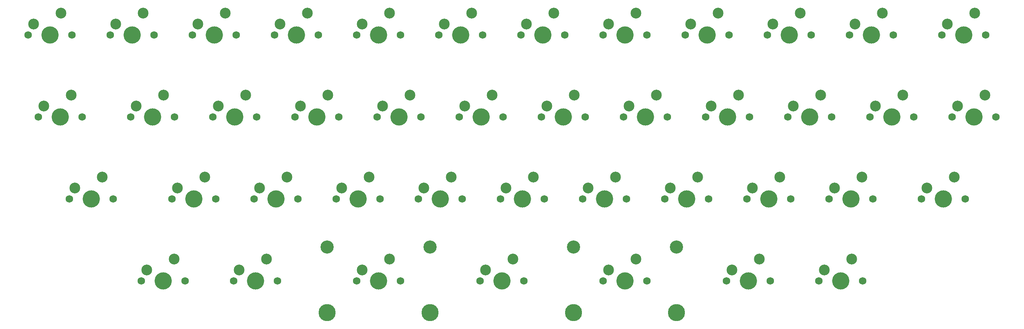
<source format=gbr>
%TF.GenerationSoftware,KiCad,Pcbnew,8.0.8*%
%TF.CreationDate,2025-06-07T17:32:43+02:00*%
%TF.ProjectId,PancakeXXL V2-rounded,50616e63-616b-4655-9858-4c2056322d72,rev?*%
%TF.SameCoordinates,Original*%
%TF.FileFunction,Soldermask,Top*%
%TF.FilePolarity,Negative*%
%FSLAX46Y46*%
G04 Gerber Fmt 4.6, Leading zero omitted, Abs format (unit mm)*
G04 Created by KiCad (PCBNEW 8.0.8) date 2025-06-07 17:32:43*
%MOMM*%
%LPD*%
G01*
G04 APERTURE LIST*
%ADD10C,1.750000*%
%ADD11C,4.000000*%
%ADD12C,2.500000*%
%ADD13C,3.048000*%
%ADD14C,3.987800*%
G04 APERTURE END LIST*
D10*
%TO.C,MX16*%
X96361250Y-52943125D03*
D11*
X101441250Y-52943125D03*
D10*
X106521250Y-52943125D03*
D12*
X97631250Y-50403125D03*
X103981250Y-47863125D03*
%TD*%
D10*
%TO.C,MX32*%
X182086250Y-71993125D03*
D11*
X187166250Y-71993125D03*
D10*
X192246250Y-71993125D03*
D12*
X183356250Y-69453125D03*
X189706250Y-66913125D03*
%TD*%
D10*
%TO.C,MX12*%
X246380000Y-33893125D03*
D11*
X251460000Y-33893125D03*
D10*
X256540000Y-33893125D03*
D12*
X247650000Y-31353125D03*
X254000000Y-28813125D03*
%TD*%
D10*
%TO.C,MX6*%
X129698750Y-33893125D03*
D11*
X134778750Y-33893125D03*
D10*
X139858750Y-33893125D03*
D12*
X130968750Y-31353125D03*
X137318750Y-28813125D03*
%TD*%
D10*
%TO.C,MX27*%
X86836250Y-71993125D03*
D11*
X91916250Y-71993125D03*
D10*
X96996250Y-71993125D03*
D12*
X88106250Y-69453125D03*
X94456250Y-66913125D03*
%TD*%
D10*
%TO.C,MX35*%
X241617500Y-71993125D03*
D11*
X246697500Y-71993125D03*
D10*
X251777500Y-71993125D03*
D12*
X242887500Y-69453125D03*
X249237500Y-66913125D03*
%TD*%
D13*
%TO.C,REF\u002A\u002A*%
X103790750Y-83203175D03*
D14*
X103790750Y-98413175D03*
D13*
X127666750Y-83203175D03*
D14*
X127666750Y-98413175D03*
%TD*%
D10*
%TO.C,MX38*%
X110648750Y-91043125D03*
D11*
X115728750Y-91043125D03*
D10*
X120808750Y-91043125D03*
D12*
X111918750Y-88503125D03*
X118268750Y-85963125D03*
%TD*%
D10*
%TO.C,MX28*%
X105886250Y-71993125D03*
D11*
X110966250Y-71993125D03*
D10*
X116046250Y-71993125D03*
D12*
X107156250Y-69453125D03*
X113506250Y-66913125D03*
%TD*%
D10*
%TO.C,MX40*%
X167798750Y-91043125D03*
D11*
X172878750Y-91043125D03*
D10*
X177958750Y-91043125D03*
D12*
X169068750Y-88503125D03*
X175418750Y-85963125D03*
%TD*%
D10*
%TO.C,MX1*%
X34448750Y-33893125D03*
D11*
X39528750Y-33893125D03*
D10*
X44608750Y-33893125D03*
D12*
X35718750Y-31353125D03*
X42068750Y-28813125D03*
%TD*%
D10*
%TO.C,MX31*%
X163036250Y-71993125D03*
D11*
X168116250Y-71993125D03*
D10*
X173196250Y-71993125D03*
D12*
X164306250Y-69453125D03*
X170656250Y-66913125D03*
%TD*%
D10*
%TO.C,MX36*%
X60642500Y-91043125D03*
D11*
X65722500Y-91043125D03*
D10*
X70802500Y-91043125D03*
D12*
X61912500Y-88503125D03*
X68262500Y-85963125D03*
%TD*%
D10*
%TO.C,MX42*%
X217805000Y-91043125D03*
D11*
X222885000Y-91043125D03*
D10*
X227965000Y-91043125D03*
D12*
X219075000Y-88503125D03*
X225425000Y-85963125D03*
%TD*%
D10*
%TO.C,MX26*%
X67786250Y-71993125D03*
D11*
X72866250Y-71993125D03*
D10*
X77946250Y-71993125D03*
D12*
X69056250Y-69453125D03*
X75406250Y-66913125D03*
%TD*%
D10*
%TO.C,MX34*%
X220186250Y-71993125D03*
D11*
X225266250Y-71993125D03*
D10*
X230346250Y-71993125D03*
D12*
X221456250Y-69453125D03*
X227806250Y-66913125D03*
%TD*%
D10*
%TO.C,MX37*%
X82073750Y-91043125D03*
D11*
X87153750Y-91043125D03*
D10*
X92233750Y-91043125D03*
D12*
X83343750Y-88503125D03*
X89693750Y-85963125D03*
%TD*%
D10*
%TO.C,MX10*%
X205898750Y-33893125D03*
D11*
X210978750Y-33893125D03*
D10*
X216058750Y-33893125D03*
D12*
X207168750Y-31353125D03*
X213518750Y-28813125D03*
%TD*%
D10*
%TO.C,MX20*%
X172561250Y-52943125D03*
D11*
X177641250Y-52943125D03*
D10*
X182721250Y-52943125D03*
D12*
X173831250Y-50403125D03*
X180181250Y-47863125D03*
%TD*%
D10*
%TO.C,MX30*%
X143986250Y-71993125D03*
D11*
X149066250Y-71993125D03*
D10*
X154146250Y-71993125D03*
D12*
X145256250Y-69453125D03*
X151606250Y-66913125D03*
%TD*%
D10*
%TO.C,MX23*%
X229711250Y-52943125D03*
D11*
X234791250Y-52943125D03*
D10*
X239871250Y-52943125D03*
D12*
X230981250Y-50403125D03*
X237331250Y-47863125D03*
%TD*%
D10*
%TO.C,MX13*%
X36830000Y-52943125D03*
D11*
X41910000Y-52943125D03*
D10*
X46990000Y-52943125D03*
D12*
X38100000Y-50403125D03*
X44450000Y-47863125D03*
%TD*%
D10*
%TO.C,MX2*%
X53498750Y-33893125D03*
D11*
X58578750Y-33893125D03*
D10*
X63658750Y-33893125D03*
D12*
X54768750Y-31353125D03*
X61118750Y-28813125D03*
%TD*%
D10*
%TO.C,MX18*%
X134461250Y-52943125D03*
D11*
X139541250Y-52943125D03*
D10*
X144621250Y-52943125D03*
D12*
X135731250Y-50403125D03*
X142081250Y-47863125D03*
%TD*%
D10*
%TO.C,MX24*%
X248761250Y-52943125D03*
D11*
X253841250Y-52943125D03*
D10*
X258921250Y-52943125D03*
D12*
X250031250Y-50403125D03*
X256381250Y-47863125D03*
%TD*%
D10*
%TO.C,MX7*%
X148748750Y-33893125D03*
D11*
X153828750Y-33893125D03*
D10*
X158908750Y-33893125D03*
D12*
X150018750Y-31353125D03*
X156368750Y-28813125D03*
%TD*%
D10*
%TO.C,MX5*%
X110648750Y-33893125D03*
D11*
X115728750Y-33893125D03*
D10*
X120808750Y-33893125D03*
D12*
X111918750Y-31353125D03*
X118268750Y-28813125D03*
%TD*%
D10*
%TO.C,MX33*%
X201136250Y-71993125D03*
D11*
X206216250Y-71993125D03*
D10*
X211296250Y-71993125D03*
D12*
X202406250Y-69453125D03*
X208756250Y-66913125D03*
%TD*%
D10*
%TO.C,MX4*%
X91598750Y-33893125D03*
D11*
X96678750Y-33893125D03*
D10*
X101758750Y-33893125D03*
D12*
X92868750Y-31353125D03*
X99218750Y-28813125D03*
%TD*%
D10*
%TO.C,MX11*%
X224948750Y-33893125D03*
D11*
X230028750Y-33893125D03*
D10*
X235108750Y-33893125D03*
D12*
X226218750Y-31353125D03*
X232568750Y-28813125D03*
%TD*%
D10*
%TO.C,MX9*%
X186848750Y-33893125D03*
D11*
X191928750Y-33893125D03*
D10*
X197008750Y-33893125D03*
D12*
X188118750Y-31353125D03*
X194468750Y-28813125D03*
%TD*%
D10*
%TO.C,MX19*%
X153511250Y-52943125D03*
D11*
X158591250Y-52943125D03*
D10*
X163671250Y-52943125D03*
D12*
X154781250Y-50403125D03*
X161131250Y-47863125D03*
%TD*%
D10*
%TO.C,MX14*%
X58261250Y-52943125D03*
D11*
X63341250Y-52943125D03*
D10*
X68421250Y-52943125D03*
D12*
X59531250Y-50403125D03*
X65881250Y-47863125D03*
%TD*%
D10*
%TO.C,MX39*%
X139223750Y-91043125D03*
D11*
X144303750Y-91043125D03*
D10*
X149383750Y-91043125D03*
D12*
X140493750Y-88503125D03*
X146843750Y-85963125D03*
%TD*%
D10*
%TO.C,MX17*%
X115411250Y-52943125D03*
D11*
X120491250Y-52943125D03*
D10*
X125571250Y-52943125D03*
D12*
X116681250Y-50403125D03*
X123031250Y-47863125D03*
%TD*%
D13*
%TO.C,REF\u002A\u002A*%
X160940750Y-83203175D03*
D14*
X160940750Y-98413175D03*
D13*
X184816750Y-83203175D03*
D14*
X184816750Y-98413175D03*
%TD*%
D10*
%TO.C,MX22*%
X210661250Y-52943125D03*
D11*
X215741250Y-52943125D03*
D10*
X220821250Y-52943125D03*
D12*
X211931250Y-50403125D03*
X218281250Y-47863125D03*
%TD*%
D10*
%TO.C,MX41*%
X196373750Y-91043125D03*
D11*
X201453750Y-91043125D03*
D10*
X206533750Y-91043125D03*
D12*
X197643750Y-88503125D03*
X203993750Y-85963125D03*
%TD*%
D10*
%TO.C,MX21*%
X191611250Y-52943125D03*
D11*
X196691250Y-52943125D03*
D10*
X201771250Y-52943125D03*
D12*
X192881250Y-50403125D03*
X199231250Y-47863125D03*
%TD*%
D10*
%TO.C,MX8*%
X167798750Y-33893125D03*
D11*
X172878750Y-33893125D03*
D10*
X177958750Y-33893125D03*
D12*
X169068750Y-31353125D03*
X175418750Y-28813125D03*
%TD*%
D10*
%TO.C,MX29*%
X124936250Y-71993125D03*
D11*
X130016250Y-71993125D03*
D10*
X135096250Y-71993125D03*
D12*
X126206250Y-69453125D03*
X132556250Y-66913125D03*
%TD*%
D10*
%TO.C,MX3*%
X72548750Y-33893125D03*
D11*
X77628750Y-33893125D03*
D10*
X82708750Y-33893125D03*
D12*
X73818750Y-31353125D03*
X80168750Y-28813125D03*
%TD*%
D10*
%TO.C,MX15*%
X77311250Y-52943125D03*
D11*
X82391250Y-52943125D03*
D10*
X87471250Y-52943125D03*
D12*
X78581250Y-50403125D03*
X84931250Y-47863125D03*
%TD*%
D10*
%TO.C,MX25*%
X43973750Y-71993125D03*
D11*
X49053750Y-71993125D03*
D10*
X54133750Y-71993125D03*
D12*
X45243750Y-69453125D03*
X51593750Y-66913125D03*
%TD*%
M02*

</source>
